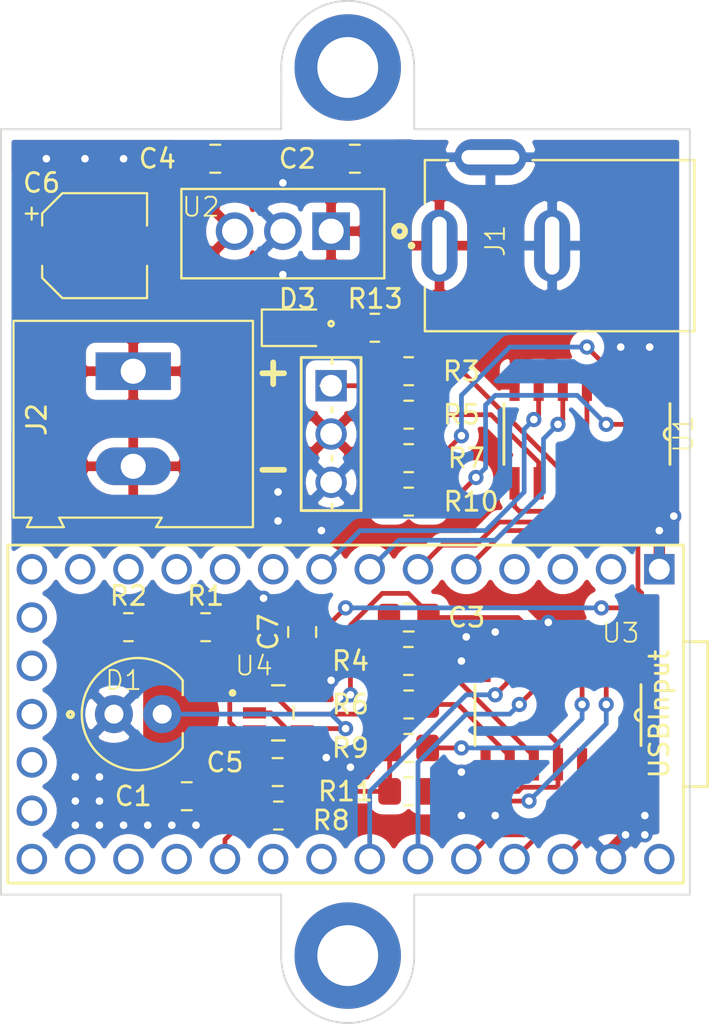
<source format=kicad_pcb>
(kicad_pcb (version 20171130) (host pcbnew "(5.1.8-0-10_14)")
  (layers (0 F.Cu signal) (31 B.Cu signal) (34 B.Paste user) (35 F.Paste user) (36 B.SilkS user) (37 F.SilkS user) (38 B.Mask user) (39 F.Mask user) (44 Edge.Cuts user))
  (net 0 "")
  (net 1 "Net-(C1-Pad2)")
  (net 2 GNDA)
  (net 3 +15V)
  (net 4 GND)
  (net 5 /Out)
  (net 6 /-IN)
  (net 7 +12V)
  (net 8 "Net-(C6-Pad2)")
  (net 9 +3V3)
  (net 10 /TrigOut)
  (net 11 "Net-(D3-Pad2)")
  (net 12 "Net-(R3-Pad2)")
  (net 13 "Net-(R4-Pad2)")
  (net 14 "Net-(R5-Pad2)")
  (net 15 "Net-(R6-Pad2)")
  (net 16 "Net-(R7-Pad2)")
  (net 17 FluoroRead)
  (net 18 "Net-(R9-Pad2)")
  (net 19 "Net-(R10-Pad2)")
  (net 20 "Net-(R11-Pad2)")
  (net 21 +5V)
  (net 22 ActinicGain2)
  (net 23 ActinicGain3)
  (net 24 ActinicGain4)
  (net 25 ActinicGain1)
  (net 26 FluoroGain1)
  (net 27 FluoroGain4)
  (net 28 FluoroGain3)
  (net 29 FluoroGain2)
  (net 30 "Net-(U5-Pad18)")
  (net 31 "Net-(U5-Pad19)")
  (net 32 "Net-(U5-Pad20)")
  (net 33 "Net-(U5-Pad16)")
  (net 34 "Net-(U5-Pad15)")
  (net 35 "Net-(U5-Pad14)")
  (net 36 "Net-(U5-Pad21)")
  (net 37 "Net-(U5-Pad22)")
  (net 38 "Net-(U5-Pad23)")
  (net 39 "Net-(U5-Pad25)")
  (net 40 "Net-(U5-Pad26)")
  (net 41 "Net-(U5-Pad13)")
  (net 42 "Net-(U5-Pad12)")
  (net 43 "Net-(U5-Pad11)")
  (net 44 "Net-(U5-Pad10)")
  (net 45 "Net-(U5-Pad9)")
  (net 46 "Net-(U5-Pad4)")
  (net 47 "Net-(U5-Pad3)")
  (net 48 "Net-(U5-Pad2)")
  (net 49 "Net-(U5-Pad17)")
  (module MountingHole:MountingHole_3.2mm_M3_DIN965_Pad (layer F.Cu) (at 120 76.708)
    (fp_text reference REF** hide)
    (fp_text value MountingHole_3.2mm_M3_DIN965_Pad)
    (pad 1 thru_hole circle (at 0 0) (size 5.6 5.6) (drill 3.2) (layers *.Cu *.Mask))
  )
  (module MountingHole:MountingHole_3.2mm_M3_DIN965_Pad (layer F.Cu) (at 120 30 90)
    (fp_text reference REF** hide)
    (fp_text value MountingHole_3.2mm_M3_DIN965_Pad)
    (pad 1 thru_hole circle (at 0 0 90) (size 5.6 5.6) (drill 3.2) (layers *.Cu *.Mask))
  )
  (module Teensy:Teensy30_31_32_LC (layer F.Cu) (at 119.888 64.008 180)
    (fp_text reference U5 hide)
    (fp_text value Teensy3.2)
    (fp_text user USBInput (at -16.51 0 90) (layer F.SilkS))
    (pad 17 thru_hole circle (at 16.51 0 180) (size 1.6 1.6) (drill 1.1) (layers *.Cu *.Mask) (net 49 "Net-(U5-Pad17)"))
    (pad 18 thru_hole circle (at 16.51 -2.54 180) (size 1.6 1.6) (drill 1.1) (layers *.Cu *.Mask) (net 30 "Net-(U5-Pad18)"))
    (pad 19 thru_hole circle (at 16.51 -5.08 180) (size 1.6 1.6) (drill 1.1) (layers *.Cu *.Mask) (net 31 "Net-(U5-Pad19)"))
    (pad 20 thru_hole circle (at 16.51 -7.62 180) (size 1.6 1.6) (drill 1.1) (layers *.Cu *.Mask) (net 32 "Net-(U5-Pad20)"))
    (pad 16 thru_hole circle (at 16.51 2.54 180) (size 1.6 1.6) (drill 1.1) (layers *.Cu *.Mask) (net 33 "Net-(U5-Pad16)"))
    (pad 15 thru_hole circle (at 16.51 5.08 180) (size 1.6 1.6) (drill 1.1) (layers *.Cu *.Mask) (net 34 "Net-(U5-Pad15)"))
    (pad 14 thru_hole circle (at 16.51 7.62 180) (size 1.6 1.6) (drill 1.1) (layers *.Cu *.Mask) (net 35 "Net-(U5-Pad14)"))
    (pad 21 thru_hole circle (at 13.97 -7.62 180) (size 1.6 1.6) (drill 1.1) (layers *.Cu *.Mask) (net 36 "Net-(U5-Pad21)"))
    (pad 22 thru_hole circle (at 11.43 -7.62 180) (size 1.6 1.6) (drill 1.1) (layers *.Cu *.Mask) (net 37 "Net-(U5-Pad22)"))
    (pad 23 thru_hole circle (at 8.89 -7.62 180) (size 1.6 1.6) (drill 1.1) (layers *.Cu *.Mask) (net 38 "Net-(U5-Pad23)"))
    (pad 24 thru_hole circle (at 6.35 -7.62 180) (size 1.6 1.6) (drill 1.1) (layers *.Cu *.Mask) (net 17 FluoroRead))
    (pad 25 thru_hole circle (at 3.81 -7.62 180) (size 1.6 1.6) (drill 1.1) (layers *.Cu *.Mask) (net 39 "Net-(U5-Pad25)"))
    (pad 26 thru_hole circle (at 1.27 -7.62 180) (size 1.6 1.6) (drill 1.1) (layers *.Cu *.Mask) (net 40 "Net-(U5-Pad26)"))
    (pad 27 thru_hole circle (at -1.27 -7.62 180) (size 1.6 1.6) (drill 1.1) (layers *.Cu *.Mask) (net 28 FluoroGain3))
    (pad 28 thru_hole circle (at -3.81 -7.62 180) (size 1.6 1.6) (drill 1.1) (layers *.Cu *.Mask) (net 29 FluoroGain2))
    (pad 29 thru_hole circle (at -6.35 -7.62 180) (size 1.6 1.6) (drill 1.1) (layers *.Cu *.Mask) (net 27 FluoroGain4))
    (pad 30 thru_hole circle (at -8.89 -7.62 180) (size 1.6 1.6) (drill 1.1) (layers *.Cu *.Mask) (net 26 FluoroGain1))
    (pad 31 thru_hole circle (at -11.43 -7.62 180) (size 1.6 1.6) (drill 1.1) (layers *.Cu *.Mask) (net 9 +3V3))
    (pad 32 thru_hole circle (at -13.97 -7.62 180) (size 1.6 1.6) (drill 1.1) (layers *.Cu *.Mask) (net 2 GNDA))
    (pad 33 thru_hole circle (at -16.51 -7.62 180) (size 1.6 1.6) (drill 1.1) (layers *.Cu *.Mask) (net 21 +5V))
    (pad 13 thru_hole circle (at 13.97 7.62 180) (size 1.6 1.6) (drill 1.1) (layers *.Cu *.Mask) (net 41 "Net-(U5-Pad13)"))
    (pad 12 thru_hole circle (at 11.43 7.62 180) (size 1.6 1.6) (drill 1.1) (layers *.Cu *.Mask) (net 42 "Net-(U5-Pad12)"))
    (pad 11 thru_hole circle (at 8.89 7.62 180) (size 1.6 1.6) (drill 1.1) (layers *.Cu *.Mask) (net 43 "Net-(U5-Pad11)"))
    (pad 10 thru_hole circle (at 6.35 7.62 180) (size 1.6 1.6) (drill 1.1) (layers *.Cu *.Mask) (net 44 "Net-(U5-Pad10)"))
    (pad 9 thru_hole circle (at 3.81 7.62 180) (size 1.6 1.6) (drill 1.1) (layers *.Cu *.Mask) (net 45 "Net-(U5-Pad9)"))
    (pad 8 thru_hole circle (at 1.27 7.62 180) (size 1.6 1.6) (drill 1.1) (layers *.Cu *.Mask) (net 23 ActinicGain3))
    (pad 7 thru_hole circle (at -1.27 7.62 180) (size 1.6 1.6) (drill 1.1) (layers *.Cu *.Mask) (net 22 ActinicGain2))
    (pad 6 thru_hole circle (at -3.81 7.62 180) (size 1.6 1.6) (drill 1.1) (layers *.Cu *.Mask) (net 24 ActinicGain4))
    (pad 5 thru_hole circle (at -6.35 7.62 180) (size 1.6 1.6) (drill 1.1) (layers *.Cu *.Mask) (net 25 ActinicGain1))
    (pad 4 thru_hole circle (at -8.89 7.62 180) (size 1.6 1.6) (drill 1.1) (layers *.Cu *.Mask) (net 46 "Net-(U5-Pad4)"))
    (pad 3 thru_hole circle (at -11.43 7.62 180) (size 1.6 1.6) (drill 1.1) (layers *.Cu *.Mask) (net 47 "Net-(U5-Pad3)"))
    (pad 2 thru_hole circle (at -13.97 7.62 180) (size 1.6 1.6) (drill 1.1) (layers *.Cu *.Mask) (net 48 "Net-(U5-Pad2)"))
    (pad 1 thru_hole rect (at -16.51 7.62 180) (size 1.6 1.6) (drill 1.1) (layers *.Cu *.Mask) (net 4 GND))
  )
  (module Capacitor_SMD:C_0805_2012Metric_Pad1.18x1.45mm_HandSolder (layer F.Cu) (at 111.5275 68.326)
    (fp_text reference C1 (at -2.8155 0) (layer F.SilkS))
    (fp_text value 100nF)
    (pad 2 smd roundrect (at 1.0375 0) (size 1.175 1.45) (layers F.Cu F.Paste F.Mask) (roundrect_rratio 0.2127659574468085) (net 1 "Net-(C1-Pad2)"))
    (pad 1 smd roundrect (at -1.0375 0) (size 1.175 1.45) (layers F.Cu F.Paste F.Mask) (roundrect_rratio 0.2127659574468085) (net 2 GNDA))
  )
  (module Capacitor_SMD:C_0805_2012Metric_Pad1.18x1.45mm_HandSolder (layer F.Cu) (at 120.3745 34.798)
    (fp_text reference C2 (at -3.0265 0 180) (layer F.SilkS))
    (fp_text value 330nF)
    (pad 2 smd roundrect (at 1.0375 0) (size 1.175 1.45) (layers F.Cu F.Paste F.Mask) (roundrect_rratio 0.2127659574468085) (net 3 +15V))
    (pad 1 smd roundrect (at -1.0375 0) (size 1.175 1.45) (layers F.Cu F.Paste F.Mask) (roundrect_rratio 0.2127659574468085) (net 4 GND))
  )
  (module Capacitor_SMD:C_0805_2012Metric_Pad1.18x1.45mm_HandSolder (layer F.Cu) (at 123.2115 58.928)
    (fp_text reference C3 (at 3.048 0) (layer F.SilkS))
    (fp_text value 1pF)
    (pad 1 smd roundrect (at -1.0375 0) (size 1.175 1.45) (layers F.Cu F.Paste F.Mask) (roundrect_rratio 0.2127659574468085) (net 5 /Out))
    (pad 2 smd roundrect (at 1.0375 0) (size 1.175 1.45) (layers F.Cu F.Paste F.Mask) (roundrect_rratio 0.2127659574468085) (net 6 /-IN))
  )
  (module Capacitor_SMD:C_0805_2012Metric_Pad1.18x1.45mm_HandSolder (layer F.Cu) (at 113.03 34.798)
    (fp_text reference C4 (at -3.048 0) (layer F.SilkS))
    (fp_text value 100nF)
    (pad 1 smd roundrect (at -1.0375 0) (size 1.175 1.45) (layers F.Cu F.Paste F.Mask) (roundrect_rratio 0.2127659574468085) (net 4 GND))
    (pad 2 smd roundrect (at 1.0375 0) (size 1.175 1.45) (layers F.Cu F.Paste F.Mask) (roundrect_rratio 0.2127659574468085) (net 7 +12V))
  )
  (module Capacitor_SMD:C_0805_2012Metric_Pad1.18x1.45mm_HandSolder (layer F.Cu) (at 116.3105 67.056)
    (fp_text reference C5 (at -2.7725 -0.508) (layer F.SilkS))
    (fp_text value 100nF)
    (pad 2 smd roundrect (at 1.0375 0) (size 1.175 1.45) (layers F.Cu F.Paste F.Mask) (roundrect_rratio 0.2127659574468085) (net 2 GNDA))
    (pad 1 smd roundrect (at -1.0375 0) (size 1.175 1.45) (layers F.Cu F.Paste F.Mask) (roundrect_rratio 0.2127659574468085) (net 2 GNDA))
  )
  (module Capacitor_SMD:CP_Elec_5x4.5 (layer F.Cu) (at 106.68 39.37)
    (fp_text reference C6 (at -2.794 -3.302) (layer F.SilkS))
    (fp_text value 1uF)
    (pad 1 smd roundrect (at -2.2 0) (size 3 1.6) (layers F.Cu F.Paste F.Mask) (roundrect_rratio 0.15625) (net 7 +12V))
    (pad 2 smd roundrect (at 2.2 0) (size 3 1.6) (layers F.Cu F.Paste F.Mask) (roundrect_rratio 0.15625) (net 8 "Net-(C6-Pad2)"))
  )
  (module Capacitor_SMD:C_0805_2012Metric_Pad1.18x1.45mm_HandSolder (layer F.Cu) (at 117.602 59.69 270)
    (fp_text reference C7 (at 0 1.778 90) (layer F.SilkS))
    (fp_text value 100nF)
    (pad 1 smd roundrect (at -1.0375 0 270) (size 1.175 1.45) (layers F.Cu F.Paste F.Mask) (roundrect_rratio 0.2127659574468085) (net 2 GNDA))
    (pad 2 smd roundrect (at 1.0375 0 270) (size 1.175 1.45) (layers F.Cu F.Paste F.Mask) (roundrect_rratio 0.2127659574468085) (net 9 +3V3))
  )
  (module Additional-parts:BD681 (layer F.Cu) (at 119.126 46.736 270)
    (fp_text reference CR1 hide)
    (fp_text value BD681 hide)
    (fp_text user * (at 0 0 90) (layer F.SilkS))
    (pad 1 thru_hole rect (at 0 0 270) (size 1.651 1.651) (drill 1.143) (layers *.Cu *.Mask) (net 10 /TrigOut))
    (pad 2 thru_hole circle (at 2.54 0 270) (size 1.651 1.651) (drill 1.143) (layers *.Cu *.Mask) (net 8 "Net-(C6-Pad2)"))
    (pad 3 thru_hole circle (at 5.08 0 270) (size 1.651 1.651) (drill 1.143) (layers *.Cu *.Mask) (net 4 GND))
  )
  (module Additional-parts:SFH_213_FA (layer F.Cu) (at 108.966 64.008)
    (fp_text reference D1 (at -0.762 -1.778) (layer F.SilkS) (effects (font (thickness 0.1))))
    (fp_text value SFH_213_FA)
    (fp_poly (pts (xy 0.27 -0.06) (xy 0.27 -1.79) (xy 0.325072 -1.838669) (xy 0.369937 -1.876115) (xy 0.415724 -1.912427) (xy 0.462405 -1.947583) (xy 0.509951 -1.981559) (xy 0.558332 -2.014336) (xy 0.607517 -2.045893) (xy 0.657477 -2.076209) (xy 0.708179 -2.105266) (xy 0.759592 -2.133046) (xy 0.811684 -2.159531) (xy 0.864422 -2.184704) (xy 0.917774 -2.208551) (xy 0.971705 -2.231055) (xy 1.026182 -2.252204) (xy 1.081171 -2.271983) (xy 1.136638 -2.290381) (xy 1.192548 -2.307385) (xy 1.248865 -2.322986) (xy 1.305555 -2.337173) (xy 1.362582 -2.349937) (xy 1.419911 -2.361271) (xy 1.477505 -2.371168) (xy 1.535329 -2.37962) (xy 1.593346 -2.386624) (xy 1.65152 -2.392174) (xy 1.709815 -2.396268) (xy 1.768193 -2.398902) (xy 1.82662 -2.400075) (xy 1.87 -2.4) (xy 1.895 -2.4) (xy 2.027992 -2.394465) (xy 2.152129 -2.382621) (xy 2.275487 -2.364368) (xy 2.397735 -2.339756) (xy 2.518545 -2.308849) (xy 2.637594 -2.271732) (xy 2.754563 -2.228503) (xy 2.869137 -2.179278) (xy 2.98101 -2.124189) (xy 3.089882 -2.063384) (xy 3.195461 -1.997026) (xy 3.297464 -1.925292) (xy 3.395618 -1.848376) (xy 3.48966 -1.766483) (xy 3.579337 -1.679832) (xy 3.66441 -1.588656) (xy 3.744649 -1.493199) (xy 3.819841 -1.393718) (xy 3.889783 -1.290478) (xy 3.954289 -1.183757) (xy 4.013184 -1.073841) (xy 4.066312 -0.961023) (xy 4.11353 -0.845607) (xy 4.154711 -0.727902) (xy 4.189746 -0.608224) (xy 4.218539 -0.486892) (xy 4.241014 -0.364233) (xy 4.257111 -0.240576) (xy 4.266787 -0.11625) (xy 4.27 0) (xy 4.266787 0.11625) (xy 4.257111 0.240576) (xy 4.241014 0.364233) (xy 4.218539 0.486892) (xy 4.189746 0.608224) (xy 4.154711 0.727902) (xy 4.11353 0.845607) (xy 4.066312 0.961023) (xy 4.013184 1.073841) (xy 3.954289 1.183757) (xy 3.889783 1.290478) (xy 3.819841 1.393718) (xy 3.744649 1.493199) (xy 3.66441 1.588656) (xy 3.579337 1.679832) (xy 3.48966 1.766483) (xy 3.395618 1.848376) (xy 3.297464 1.925292) (xy 3.195461 1.997026) (xy 3.089882 2.063384) (xy 2.98101 2.124189) (xy 2.869137 2.179278) (xy 2.754563 2.228503) (xy 2.637594 2.271732) (xy 2.518545 2.308849) (xy 2.397735 2.339756) (xy 2.275487 2.364368) (xy 2.152129 2.382621) (xy 2.027992 2.394465) (xy 1.895 2.4) (xy 1.795 2.4) (xy 1.87 2.4) (xy 1.82662 2.400075) (xy 1.768193 2.398902) (xy 1.709815 2.396268) (xy 1.65152 2.392174) (xy 1.593346 2.386624) (xy 1.535329 2.37962) (xy 1.477505 2.371168) (xy 1.419911 2.361271) (xy 1.362582 2.349937) (xy 1.305555 2.337173) (xy 1.248865 2.322986) (xy 1.192548 2.307385) (xy 1.136638 2.290381) (xy 1.081171 2.271983) (xy 1.026182 2.252204) (xy 0.971705 2.231055) (xy 0.917774 2.208551) (xy 0.864422 2.184704) (xy 0.811684 2.159531) (xy 0.759592 2.133046) (xy 0.708179 2.105266) (xy 0.657477 2.076209) (xy 0.607517 2.045893) (xy 0.558332 2.014336) (xy 0.509951 1.981559) (xy 0.462405 1.947583) (xy 0.415724 1.912427) (xy 0.369937 1.876115) (xy 0.325072 1.838669) (xy 0.27 1.79) (xy 0.27 -0.06)) (layer F.Cu) (width 0.001))
    (pad 1 thru_hole circle (at -1.27 0) (size 2 2) (drill 1) (layers *.Cu) (net 2 GNDA))
    (pad 2 thru_hole circle (at 1.27 0) (size 2 2) (drill 1) (layers *.Cu) (net 6 /-IN))
  )
  (module LED_SMD:LED_0805_2012Metric_Pad1.15x1.40mm_HandSolder (layer F.Cu) (at 117.339 43.688)
    (fp_text reference D3 (at 0.009 -1.524) (layer F.SilkS))
    (fp_text value LED)
    (pad 1 smd roundrect (at -1.025 0) (size 1.15 1.4) (layers F.Cu F.Paste F.Mask) (roundrect_rratio 0.2173904347826087) (net 4 GND))
    (pad 2 smd roundrect (at 1.025 0) (size 1.15 1.4) (layers F.Cu F.Paste F.Mask) (roundrect_rratio 0.2173904347826087) (net 11 "Net-(D3-Pad2)"))
  )
  (module Additional-parts:DCJack_MPD_EJ503A (layer F.Cu) (at 127.508 39.37 90)
    (fp_text reference J1 (at 0.254 0.254 90) (layer F.SilkS) (effects (font (thickness 0.1))))
    (fp_text value EJ503A)
    (pad 3 thru_hole oval (at 4.65 0 90) (size 1.9 3.8) (drill oval 0.76 3.05) (layers *.Cu *.Mask) (net 4 GND))
    (pad 2 thru_hole oval (at 0 3.25 90) (size 3.8 1.9) (drill oval 3.05 0.76) (layers *.Cu *.Mask) (net 4 GND))
    (pad 1 thru_hole oval (at 0 -2.68 90) (size 3.8 1.9) (drill oval 3.05 0.76) (layers *.Cu *.Mask) (net 3 +15V))
  )
  (module TerminalBlock:TerminalBlock_Altech_AK300-2_P5.00mm (layer F.Cu) (at 108.712 45.974 270)
    (fp_text reference J2 (at 2.54 5.08 90) (layer F.SilkS))
    (fp_text value Screw_Terminal_01x02)
    (pad 1 thru_hole rect (at 0 0 270) (size 1.98 3.96) (drill 1.32) (layers *.Cu *.Mask) (net 7 +12V))
    (pad 2 thru_hole oval (at 5 0 270) (size 1.98 3.96) (drill 1.32) (layers *.Cu *.Mask) (net 8 "Net-(C6-Pad2)"))
  )
  (module Resistor_SMD:R_0805_2012Metric_Pad1.20x1.40mm_HandSolder (layer F.Cu) (at 112.522 59.436)
    (fp_text reference R1 (at 0 -1.65) (layer F.SilkS))
    (fp_text value 20K)
    (pad 2 smd roundrect (at 1 0) (size 1.2 1.4) (layers F.Cu F.Paste F.Mask) (roundrect_rratio 0.2083325) (net 9 +3V3))
    (pad 1 smd roundrect (at -1 0) (size 1.2 1.4) (layers F.Cu F.Paste F.Mask) (roundrect_rratio 0.2083325) (net 1 "Net-(C1-Pad2)"))
  )
  (module Resistor_SMD:R_0805_2012Metric_Pad1.20x1.40mm_HandSolder (layer F.Cu) (at 108.458 59.436)
    (fp_text reference R2 (at 0 -1.65) (layer F.SilkS))
    (fp_text value 5)
    (pad 1 smd roundrect (at -1 0) (size 1.2 1.4) (layers F.Cu F.Paste F.Mask) (roundrect_rratio 0.2083325) (net 2 GNDA))
    (pad 2 smd roundrect (at 1 0) (size 1.2 1.4) (layers F.Cu F.Paste F.Mask) (roundrect_rratio 0.2083325) (net 1 "Net-(C1-Pad2)"))
  )
  (module Resistor_SMD:R_0805_2012Metric_Pad1.20x1.40mm_HandSolder (layer F.Cu) (at 123.206 45.974)
    (fp_text reference R3 (at 2.778 0) (layer F.SilkS))
    (fp_text value 8.2K)
    (pad 1 smd roundrect (at -1 0) (size 1.2 1.4) (layers F.Cu F.Paste F.Mask) (roundrect_rratio 0.2083325) (net 10 /TrigOut))
    (pad 2 smd roundrect (at 1 0) (size 1.2 1.4) (layers F.Cu F.Paste F.Mask) (roundrect_rratio 0.2083325) (net 12 "Net-(R3-Pad2)"))
  )
  (module Resistor_SMD:R_0805_2012Metric_Pad1.20x1.40mm_HandSolder (layer F.Cu) (at 123.19 61.214)
    (fp_text reference R4 (at -3.048 0) (layer F.SilkS))
    (fp_text value 3.9M)
    (pad 2 smd roundrect (at 1 0) (size 1.2 1.4) (layers F.Cu F.Paste F.Mask) (roundrect_rratio 0.2083325) (net 13 "Net-(R4-Pad2)"))
    (pad 1 smd roundrect (at -1 0) (size 1.2 1.4) (layers F.Cu F.Paste F.Mask) (roundrect_rratio 0.2083325) (net 5 /Out))
  )
  (module Resistor_SMD:R_0805_2012Metric_Pad1.20x1.40mm_HandSolder (layer F.Cu) (at 123.206 48.26)
    (fp_text reference R5 (at 2.778 0) (layer F.SilkS))
    (fp_text value 6.8K)
    (pad 2 smd roundrect (at 1 0) (size 1.2 1.4) (layers F.Cu F.Paste F.Mask) (roundrect_rratio 0.2083325) (net 14 "Net-(R5-Pad2)"))
    (pad 1 smd roundrect (at -1 0) (size 1.2 1.4) (layers F.Cu F.Paste F.Mask) (roundrect_rratio 0.2083325) (net 10 /TrigOut))
  )
  (module Resistor_SMD:R_0805_2012Metric_Pad1.20x1.40mm_HandSolder (layer F.Cu) (at 123.206 63.5)
    (fp_text reference R6 (at -3.064 0) (layer F.SilkS))
    (fp_text value 3.3M)
    (pad 1 smd roundrect (at -1 0) (size 1.2 1.4) (layers F.Cu F.Paste F.Mask) (roundrect_rratio 0.2083325) (net 5 /Out))
    (pad 2 smd roundrect (at 1 0) (size 1.2 1.4) (layers F.Cu F.Paste F.Mask) (roundrect_rratio 0.2083325) (net 15 "Net-(R6-Pad2)"))
  )
  (module Resistor_SMD:R_0805_2012Metric_Pad1.20x1.40mm_HandSolder (layer F.Cu) (at 123.206 50.546)
    (fp_text reference R7 (at 3.032 0) (layer F.SilkS))
    (fp_text value 5.1K)
    (pad 2 smd roundrect (at 1 0) (size 1.2 1.4) (layers F.Cu F.Paste F.Mask) (roundrect_rratio 0.2083325) (net 16 "Net-(R7-Pad2)"))
    (pad 1 smd roundrect (at -1 0) (size 1.2 1.4) (layers F.Cu F.Paste F.Mask) (roundrect_rratio 0.2083325) (net 10 /TrigOut))
  )
  (module Resistor_SMD:R_0805_2012Metric_Pad1.20x1.40mm_HandSolder (layer F.Cu) (at 116.348 69.342)
    (fp_text reference R8 (at 2.778 0.254) (layer F.SilkS))
    (fp_text value 47)
    (pad 1 smd roundrect (at -1 0) (size 1.2 1.4) (layers F.Cu F.Paste F.Mask) (roundrect_rratio 0.2083325) (net 17 FluoroRead))
    (pad 2 smd roundrect (at 1 0) (size 1.2 1.4) (layers F.Cu F.Paste F.Mask) (roundrect_rratio 0.2083325) (net 5 /Out))
  )
  (module Resistor_SMD:R_0805_2012Metric_Pad1.20x1.40mm_HandSolder (layer F.Cu) (at 123.206 65.786)
    (fp_text reference R9 (at -3.064 0) (layer F.SilkS))
    (fp_text value 2.3M)
    (pad 2 smd roundrect (at 1 0) (size 1.2 1.4) (layers F.Cu F.Paste F.Mask) (roundrect_rratio 0.2083325) (net 18 "Net-(R9-Pad2)"))
    (pad 1 smd roundrect (at -1 0) (size 1.2 1.4) (layers F.Cu F.Paste F.Mask) (roundrect_rratio 0.2083325) (net 5 /Out))
  )
  (module Resistor_SMD:R_0805_2012Metric_Pad1.20x1.40mm_HandSolder (layer F.Cu) (at 123.206 52.832)
    (fp_text reference R10 (at 3.286 0) (layer F.SilkS))
    (fp_text value 4.3K)
    (pad 1 smd roundrect (at -1 0) (size 1.2 1.4) (layers F.Cu F.Paste F.Mask) (roundrect_rratio 0.2083325) (net 10 /TrigOut))
    (pad 2 smd roundrect (at 1 0) (size 1.2 1.4) (layers F.Cu F.Paste F.Mask) (roundrect_rratio 0.2083325) (net 19 "Net-(R10-Pad2)"))
  )
  (module Resistor_SMD:R_0805_2012Metric_Pad1.20x1.40mm_HandSolder (layer F.Cu) (at 123.206 68.072)
    (fp_text reference R11 (at -3.318 0) (layer F.SilkS))
    (fp_text value 1M)
    (pad 1 smd roundrect (at -1 0) (size 1.2 1.4) (layers F.Cu F.Paste F.Mask) (roundrect_rratio 0.2083325) (net 5 /Out))
    (pad 2 smd roundrect (at 1 0) (size 1.2 1.4) (layers F.Cu F.Paste F.Mask) (roundrect_rratio 0.2083325) (net 20 "Net-(R11-Pad2)"))
  )
  (module Resistor_SMD:R_0805_2012Metric_Pad1.20x1.40mm_HandSolder (layer F.Cu) (at 121.428 43.688 180)
    (fp_text reference R13 (at -0.016 1.524 180) (layer F.SilkS))
    (fp_text value 15K)
    (pad 2 smd roundrect (at 1 0 180) (size 1.2 1.4) (layers F.Cu F.Paste F.Mask) (roundrect_rratio 0.2083325) (net 11 "Net-(D3-Pad2)"))
    (pad 1 smd roundrect (at -1 0 180) (size 1.2 1.4) (layers F.Cu F.Paste F.Mask) (roundrect_rratio 0.2083325) (net 3 +15V))
  )
  (module Additional-parts:SOIC127P600X175-14N (layer F.Cu) (at 132.588 49.276 270)
    (fp_text reference U1 (at 0 -5.08 90) (layer F.SilkS) (effects (font (thickness 0.1))))
    (fp_text value 74HC4066D,653)
    (pad 1 smd rect (at -2.5908 -3.81 270) (size 1.7018 0.5334) (layers F.Cu F.Paste F.Mask) (net 9 +3V3))
    (pad 2 smd rect (at -2.5908 -2.54 270) (size 1.7018 0.5334) (layers F.Cu F.Paste F.Mask) (net 19 "Net-(R10-Pad2)"))
    (pad 3 smd rect (at -2.5908 -1.27 270) (size 1.7018 0.5334) (layers F.Cu F.Paste F.Mask) (net 16 "Net-(R7-Pad2)"))
    (pad 4 smd rect (at -2.5908 0 270) (size 1.7018 0.5334) (layers F.Cu F.Paste F.Mask) (net 9 +3V3))
    (pad 5 smd rect (at -2.5908 1.27 270) (size 1.7018 0.5334) (layers F.Cu F.Paste F.Mask) (net 22 ActinicGain2))
    (pad 6 smd rect (at -2.5908 2.54 270) (size 1.7018 0.5334) (layers F.Cu F.Paste F.Mask) (net 23 ActinicGain3))
    (pad 7 smd rect (at -2.5908 3.81 270) (size 1.7018 0.5334) (layers F.Cu F.Paste F.Mask) (net 4 GND))
    (pad 8 smd rect (at 2.5908 3.81 270) (size 1.7018 0.5334) (layers F.Cu F.Paste F.Mask) (net 9 +3V3))
    (pad 9 smd rect (at 2.5908 2.54 270) (size 1.7018 0.5334) (layers F.Cu F.Paste F.Mask) (net 14 "Net-(R5-Pad2)"))
    (pad 10 smd rect (at 2.5908 1.27 270) (size 1.7018 0.5334) (layers F.Cu F.Paste F.Mask) (net 12 "Net-(R3-Pad2)"))
    (pad 11 smd rect (at 2.5908 0 270) (size 1.7018 0.5334) (layers F.Cu F.Paste F.Mask) (net 9 +3V3))
    (pad 12 smd rect (at 2.5908 -1.27 270) (size 1.7018 0.5334) (layers F.Cu F.Paste F.Mask) (net 24 ActinicGain4))
    (pad 13 smd rect (at 2.5908 -2.54 270) (size 1.7018 0.5334) (layers F.Cu F.Paste F.Mask) (net 25 ActinicGain1))
    (pad 14 smd rect (at 2.5908 -3.81 270) (size 1.7018 0.5334) (layers F.Cu F.Paste F.Mask) (net 9 +3V3))
  )
  (module Additional-parts:TO253P1067X470X2040-3 (layer F.Cu) (at 119.126 38.608 180)
    (fp_text reference U2 (at 6.858 1.27) (layer F.SilkS) (effects (font (thickness 0.1))))
    (fp_text value KA7812ETU)
    (pad 1 thru_hole rect (at 0 0 180) (size 1.98 1.98) (drill 1.32) (layers *.Cu *.Mask) (net 3 +15V))
    (pad 2 thru_hole circle (at 2.54 0 180) (size 1.98 1.98) (drill 1.32) (layers *.Cu *.Mask) (net 4 GND))
    (pad 3 thru_hole circle (at 5.08 0 180) (size 1.98 1.98) (drill 1.32) (layers *.Cu *.Mask) (net 7 +12V))
  )
  (module Additional-parts:SOIC127P600X175-14N (layer F.Cu) (at 131.064 64.0588 270)
    (fp_text reference U3 (at -4.318 -3.302 180) (layer F.SilkS) (effects (font (thickness 0.1))))
    (fp_text value 74HC4066D,653)
    (pad 14 smd rect (at 2.5908 -3.81 270) (size 1.7018 0.5334) (layers F.Cu F.Paste F.Mask) (net 9 +3V3))
    (pad 13 smd rect (at 2.5908 -2.54 270) (size 1.7018 0.5334) (layers F.Cu F.Paste F.Mask) (net 26 FluoroGain1))
    (pad 12 smd rect (at 2.5908 -1.27 270) (size 1.7018 0.5334) (layers F.Cu F.Paste F.Mask) (net 27 FluoroGain4))
    (pad 11 smd rect (at 2.5908 0 270) (size 1.7018 0.5334) (layers F.Cu F.Paste F.Mask) (net 6 /-IN))
    (pad 10 smd rect (at 2.5908 1.27 270) (size 1.7018 0.5334) (layers F.Cu F.Paste F.Mask) (net 13 "Net-(R4-Pad2)"))
    (pad 9 smd rect (at 2.5908 2.54 270) (size 1.7018 0.5334) (layers F.Cu F.Paste F.Mask) (net 15 "Net-(R6-Pad2)"))
    (pad 8 smd rect (at 2.5908 3.81 270) (size 1.7018 0.5334) (layers F.Cu F.Paste F.Mask) (net 6 /-IN))
    (pad 7 smd rect (at -2.5908 3.81 270) (size 1.7018 0.5334) (layers F.Cu F.Paste F.Mask) (net 2 GNDA))
    (pad 6 smd rect (at -2.5908 2.54 270) (size 1.7018 0.5334) (layers F.Cu F.Paste F.Mask) (net 28 FluoroGain3))
    (pad 5 smd rect (at -2.5908 1.27 270) (size 1.7018 0.5334) (layers F.Cu F.Paste F.Mask) (net 29 FluoroGain2))
    (pad 4 smd rect (at -2.5908 0 270) (size 1.7018 0.5334) (layers F.Cu F.Paste F.Mask) (net 6 /-IN))
    (pad 3 smd rect (at -2.5908 -1.27 270) (size 1.7018 0.5334) (layers F.Cu F.Paste F.Mask) (net 18 "Net-(R9-Pad2)"))
    (pad 2 smd rect (at -2.5908 -2.54 270) (size 1.7018 0.5334) (layers F.Cu F.Paste F.Mask) (net 20 "Net-(R11-Pad2)"))
    (pad 1 smd rect (at -2.5908 -3.81 270) (size 1.7018 0.5334) (layers F.Cu F.Paste F.Mask) (net 6 /-IN))
  )
  (module Additional-parts:SOT95P280X145-5N (layer F.Cu) (at 116.347 63.942)
    (fp_text reference U4 (at -1.285 -2.474) (layer F.SilkS) (effects (font (thickness 0.1))))
    (fp_text value OPA320AIDBVT)
    (pad 1 smd rect (at -1.255 -0.95) (size 1.21 0.59) (layers F.Cu F.Paste F.Mask) (net 5 /Out))
    (pad 2 smd rect (at -1.255 0) (size 1.21 0.59) (layers F.Cu F.Paste F.Mask) (net 2 GNDA))
    (pad 3 smd rect (at -1.255 0.95) (size 1.21 0.59) (layers F.Cu F.Paste F.Mask) (net 1 "Net-(C1-Pad2)"))
    (pad 4 smd rect (at 1.255 0.95) (size 1.21 0.59) (layers F.Cu F.Paste F.Mask) (net 6 /-IN))
    (pad 5 smd rect (at 1.255 -0.95) (size 1.21 0.59) (layers F.Cu F.Paste F.Mask) (net 9 +3V3))
  )
  (gr_line (start 101.75 73.5) (end 116.5 73.5) (layer Edge.Cuts) (width 0.1))
  (gr_line (start 101.75 33.25) (end 101.75 73.5) (layer Edge.Cuts) (width 0.1))
  (gr_line (start 116.5 33.25) (end 101.75 33.25) (layer Edge.Cuts) (width 0.1))
  (gr_line (start 138 33.25) (end 123.5 33.25) (layer Edge.Cuts) (width 0.1))
  (gr_line (start 138 73.5) (end 138 33.25) (layer Edge.Cuts) (width 0.1))
  (gr_line (start 137.75 73.5) (end 138 73.5) (layer Edge.Cuts) (width 0.1))
  (gr_line (start 123.5 73.5) (end 137.75 73.5) (layer Edge.Cuts) (width 0.1))
  (gr_line (start 123.5 76.75) (end 123.5 73.5) (layer Edge.Cuts) (width 0.1))
  (gr_line (start 116.5 76.75) (end 116.5 73.5) (layer Edge.Cuts) (width 0.1))
  (gr_line (start 116.507752 30.232817) (end 116.5 33.25) (layer Edge.Cuts) (width 0.1))
  (gr_line (start 123.5 30) (end 123.5 33.25) (layer Edge.Cuts) (width 0.1))
  (gr_arc (start 120 30) (end 123.5 30) (angle -183.8140748) (layer Edge.Cuts) (width 0.1))
  (gr_arc (start 120 76.75) (end 116.5 76.75) (angle -180) (layer Edge.Cuts) (width 0.1))
  (gr_text - (at 116.078 51.054) (layer F.SilkS) (effects (font (size 1.5 1.5) (thickness 0.3))))
  (gr_text + (at 116.078 45.974) (layer F.SilkS) (effects (font (size 1.5 1.5) (thickness 0.3))))
  (segment (start 109.458 59.436) (end 111.522 59.436) (width 0.25) (layer F.Cu) (net 1))
  (segment (start 114.237 64.892) (end 113.792 64.447) (width 0.25) (layer F.Cu) (net 1))
  (segment (start 115.092 64.892) (end 114.237 64.892) (width 0.25) (layer F.Cu) (net 1))
  (segment (start 113.792 61.706) (end 111.522 59.436) (width 0.25) (layer F.Cu) (net 1))
  (segment (start 113.792 64.447) (end 113.792 61.706) (width 0.25) (layer F.Cu) (net 1))
  (segment (start 112.565 67.419) (end 112.565 68.326) (width 0.25) (layer F.Cu) (net 1))
  (segment (start 115.092 64.892) (end 112.565 67.419) (width 0.25) (layer F.Cu) (net 1))
  (via (at 115.57 57.912) (size 0.8) (drill 0.4) (layers F.Cu B.Cu) (net 2))
  (via (at 126.238 59.944) (size 0.8) (drill 0.4) (layers F.Cu B.Cu) (net 2))
  (via (at 125.984 69.342) (size 0.8) (drill 0.4) (layers F.Cu B.Cu) (net 2))
  (via (at 127.762 69.342) (size 0.8) (drill 0.4) (layers F.Cu B.Cu) (net 2))
  (segment (start 133.858 71.628) (end 133.858 71.12) (width 0.6) (layer F.Cu) (net 2))
  (segment (start 133.858 71.12) (end 134.62 70.358) (width 0.6) (layer F.Cu) (net 2))
  (segment (start 134.62 70.358) (end 134.62 70.358) (width 0.6) (layer F.Cu) (net 2))
  (via (at 134.62 70.358) (size 0.8) (drill 0.4) (layers F.Cu B.Cu) (net 2))
  (via (at 135.636 69.342) (size 0.8) (drill 0.4) (layers F.Cu B.Cu) (net 2))
  (via (at 135.636 70.358) (size 0.8) (drill 0.4) (layers F.Cu B.Cu) (net 2))
  (via (at 105.664 68.58) (size 0.8) (drill 0.4) (layers F.Cu B.Cu) (net 2))
  (via (at 106.934 68.58) (size 0.8) (drill 0.4) (layers F.Cu B.Cu) (net 2))
  (via (at 105.664 69.85) (size 0.8) (drill 0.4) (layers F.Cu B.Cu) (net 2))
  (via (at 106.934 69.85) (size 0.8) (drill 0.4) (layers F.Cu B.Cu) (net 2))
  (via (at 108.204 69.85) (size 0.8) (drill 0.4) (layers F.Cu B.Cu) (net 2))
  (via (at 109.474 69.85) (size 0.8) (drill 0.4) (layers F.Cu B.Cu) (net 2))
  (via (at 110.744 69.85) (size 0.8) (drill 0.4) (layers F.Cu B.Cu) (net 2))
  (via (at 112.014 69.85) (size 0.8) (drill 0.4) (layers F.Cu B.Cu) (net 2))
  (via (at 105.664 67.31) (size 0.8) (drill 0.4) (layers F.Cu B.Cu) (net 2))
  (via (at 106.934 67.31) (size 0.8) (drill 0.4) (layers F.Cu B.Cu) (net 2))
  (via (at 119.126 62.23) (size 0.8) (drill 0.4) (layers F.Cu B.Cu) (net 2))
  (via (at 118.872 66.294) (size 0.8) (drill 0.4) (layers F.Cu B.Cu) (net 2))
  (via (at 120.142 66.802) (size 0.8) (drill 0.4) (layers F.Cu B.Cu) (net 2))
  (via (at 125.984 67.056) (size 0.8) (drill 0.4) (layers F.Cu B.Cu) (net 2))
  (via (at 125.984 61.214) (size 0.8) (drill 0.4) (layers F.Cu B.Cu) (net 2))
  (via (at 127.762 59.69) (size 0.8) (drill 0.4) (layers F.Cu B.Cu) (net 2))
  (via (at 130.556 59.182) (size 0.8) (drill 0.4) (layers F.Cu B.Cu) (net 2))
  (segment (start 115.947 63.942) (end 116.671999 64.666999) (width 0.25) (layer F.Cu) (net 2))
  (segment (start 116.671999 66.379999) (end 117.348 67.056) (width 0.25) (layer F.Cu) (net 2))
  (segment (start 115.092 63.942) (end 115.947 63.942) (width 0.25) (layer F.Cu) (net 2))
  (segment (start 115.694 67.056) (end 116.671999 66.078001) (width 0.25) (layer F.Cu) (net 2))
  (segment (start 115.273 67.056) (end 115.694 67.056) (width 0.25) (layer F.Cu) (net 2))
  (segment (start 116.671999 66.078001) (end 116.671999 66.379999) (width 0.25) (layer F.Cu) (net 2))
  (segment (start 116.671999 64.666999) (end 116.671999 66.078001) (width 0.25) (layer F.Cu) (net 2))
  (segment (start 136.398 56.388) (end 136.398 54.356) (width 0.6) (layer F.Cu) (net 4))
  (via (at 136.398 54.356) (size 0.8) (drill 0.4) (layers F.Cu B.Cu) (net 4))
  (via (at 137.16 53.594) (size 0.8) (drill 0.4) (layers F.Cu B.Cu) (net 4))
  (via (at 116.332 52.324) (size 0.8) (drill 0.4) (layers F.Cu B.Cu) (net 4))
  (via (at 116.332 53.848) (size 0.8) (drill 0.4) (layers F.Cu B.Cu) (net 4))
  (via (at 118.618 54.356) (size 0.8) (drill 0.4) (layers F.Cu B.Cu) (net 4))
  (via (at 116.586 40.894) (size 0.8) (drill 0.4) (layers F.Cu B.Cu) (net 4))
  (via (at 116.586 36.068) (size 0.8) (drill 0.4) (layers F.Cu B.Cu) (net 4))
  (via (at 134.366 44.704) (size 0.8) (drill 0.4) (layers F.Cu B.Cu) (net 4))
  (via (at 135.89 44.704) (size 0.8) (drill 0.4) (layers F.Cu B.Cu) (net 4))
  (via (at 108.204 34.798) (size 0.8) (drill 0.4) (layers F.Cu B.Cu) (net 4))
  (via (at 106.172 34.798) (size 0.8) (drill 0.4) (layers F.Cu B.Cu) (net 4))
  (via (at 104.14 34.798) (size 0.8) (drill 0.4) (layers F.Cu B.Cu) (net 4))
  (segment (start 116.116998 62.992) (end 117.132998 64.008) (width 0.25) (layer F.Cu) (net 5))
  (segment (start 115.092 62.992) (end 116.116998 62.992) (width 0.25) (layer F.Cu) (net 5))
  (segment (start 121.698 64.008) (end 122.206 63.5) (width 0.25) (layer F.Cu) (net 5))
  (segment (start 117.132998 64.008) (end 121.698 64.008) (width 0.25) (layer F.Cu) (net 5))
  (segment (start 122.206 63.5) (end 122.206 65.786) (width 0.25) (layer F.Cu) (net 5))
  (segment (start 122.206 65.786) (end 122.206 68.072) (width 0.25) (layer F.Cu) (net 5))
  (segment (start 118.618 68.072) (end 117.348 69.342) (width 0.25) (layer F.Cu) (net 5))
  (segment (start 122.206 68.072) (end 118.618 68.072) (width 0.25) (layer F.Cu) (net 5))
  (segment (start 122.206 58.96) (end 122.174 58.928) (width 0.25) (layer F.Cu) (net 5))
  (segment (start 122.206 63.5) (end 122.206 58.96) (width 0.25) (layer F.Cu) (net 5))
  (segment (start 117.602 64.892) (end 117.47 64.892) (width 0.25) (layer F.Cu) (net 6))
  (segment (start 110.236 64.008) (end 119.126 64.008) (width 0.25) (layer B.Cu) (net 6))
  (via (at 119.888 64.77) (size 0.8) (drill 0.4) (layers F.Cu B.Cu) (net 6))
  (segment (start 119.126 64.008) (end 119.888 64.77) (width 0.25) (layer B.Cu) (net 6))
  (segment (start 117.724 64.77) (end 117.602 64.892) (width 0.25) (layer F.Cu) (net 6))
  (segment (start 119.888 64.77) (end 117.724 64.77) (width 0.25) (layer F.Cu) (net 6))
  (segment (start 119.126 64.008) (end 120.142 62.992) (width 0.25) (layer B.Cu) (net 6))
  (via (at 120.142 62.992) (size 0.8) (drill 0.4) (layers F.Cu B.Cu) (net 6))
  (segment (start 120.142 59.33431) (end 121.81831 57.658) (width 0.25) (layer F.Cu) (net 6))
  (segment (start 120.142 62.992) (end 120.142 59.33431) (width 0.25) (layer F.Cu) (net 6))
  (segment (start 123.19 57.658) (end 124.249 58.717) (width 0.25) (layer F.Cu) (net 6))
  (segment (start 124.249 58.717) (end 124.249 58.928) (width 0.25) (layer F.Cu) (net 6))
  (segment (start 121.81831 57.658) (end 123.19 57.658) (width 0.25) (layer F.Cu) (net 6))
  (segment (start 131.064 61.035398) (end 131.064 61.468) (width 0.25) (layer F.Cu) (net 6))
  (segment (start 128.956602 58.928) (end 131.064 61.035398) (width 0.25) (layer F.Cu) (net 6))
  (segment (start 124.249 58.928) (end 128.956602 58.928) (width 0.25) (layer F.Cu) (net 6))
  (segment (start 131.064 60.3671) (end 131.7411 59.69) (width 0.25) (layer F.Cu) (net 6))
  (segment (start 131.064 61.468) (end 131.064 60.3671) (width 0.25) (layer F.Cu) (net 6))
  (segment (start 134.874 60.3671) (end 134.874 61.468) (width 0.25) (layer F.Cu) (net 6))
  (segment (start 134.1969 59.69) (end 134.874 60.3671) (width 0.25) (layer F.Cu) (net 6))
  (segment (start 131.7411 59.69) (end 134.1969 59.69) (width 0.25) (layer F.Cu) (net 6))
  (segment (start 127.5755 68.072) (end 128.974998 68.072) (width 0.25) (layer F.Cu) (net 6))
  (segment (start 127.254 67.7505) (end 127.5755 68.072) (width 0.25) (layer F.Cu) (net 6))
  (segment (start 127.254 66.6496) (end 127.254 67.7505) (width 0.25) (layer F.Cu) (net 6))
  (segment (start 131.064 67.7505) (end 131.064 66.6496) (width 0.25) (layer F.Cu) (net 6))
  (segment (start 130.959501 67.854999) (end 131.064 67.7505) (width 0.25) (layer F.Cu) (net 6))
  (segment (start 129.191999 67.854999) (end 130.959501 67.854999) (width 0.25) (layer F.Cu) (net 6))
  (segment (start 128.974998 68.072) (end 129.191999 67.854999) (width 0.25) (layer F.Cu) (net 6))
  (segment (start 131.064 61.468) (end 131.064 62.738) (width 0.25) (layer F.Cu) (net 6))
  (segment (start 131.064 62.738) (end 130.048 63.754) (width 0.25) (layer F.Cu) (net 6))
  (segment (start 131.064 65.5487) (end 131.064 66.6496) (width 0.25) (layer F.Cu) (net 6))
  (segment (start 130.048 64.5327) (end 131.064 65.5487) (width 0.25) (layer F.Cu) (net 6))
  (segment (start 130.048 63.754) (end 130.048 64.5327) (width 0.25) (layer F.Cu) (net 6))
  (segment (start 136.398 46.6852) (end 136.398 51.8668) (width 0.25) (layer F.Cu) (net 9))
  (segment (start 128.778 51.8668) (end 128.778 53.086) (width 0.25) (layer F.Cu) (net 9))
  (segment (start 128.778 53.086) (end 129.032 53.34) (width 0.25) (layer F.Cu) (net 9))
  (segment (start 132.588 52.9677) (end 132.588 51.8668) (width 0.25) (layer F.Cu) (net 9))
  (segment (start 132.2157 53.34) (end 132.588 52.9677) (width 0.25) (layer F.Cu) (net 9))
  (segment (start 129.032 53.34) (end 132.2157 53.34) (width 0.25) (layer F.Cu) (net 9))
  (segment (start 136.398 50.7659) (end 136.398 51.8668) (width 0.25) (layer F.Cu) (net 9))
  (segment (start 136.322999 50.690899) (end 136.398 50.7659) (width 0.25) (layer F.Cu) (net 9))
  (segment (start 132.663001 50.690899) (end 136.322999 50.690899) (width 0.25) (layer F.Cu) (net 9))
  (segment (start 132.588 50.7659) (end 132.663001 50.690899) (width 0.25) (layer F.Cu) (net 9))
  (segment (start 132.588 51.8668) (end 132.588 50.7659) (width 0.25) (layer F.Cu) (net 9))
  (segment (start 132.588 46.6852) (end 132.588 51.8668) (width 0.25) (layer F.Cu) (net 9))
  (segment (start 117.602 62.992) (end 117.602 60.7275) (width 0.25) (layer F.Cu) (net 9))
  (segment (start 114.8135 60.7275) (end 113.522 59.436) (width 0.25) (layer F.Cu) (net 9))
  (segment (start 117.602 60.7275) (end 114.8135 60.7275) (width 0.25) (layer F.Cu) (net 9))
  (segment (start 117.602 60.7275) (end 117.602 60.706) (width 0.25) (layer F.Cu) (net 9))
  (via (at 119.888 58.42) (size 0.8) (drill 0.4) (layers F.Cu B.Cu) (net 9))
  (segment (start 117.602 60.706) (end 119.888 58.42) (width 0.25) (layer F.Cu) (net 9))
  (segment (start 134.874 68.072) (end 134.874 66.6496) (width 0.25) (layer F.Cu) (net 9))
  (segment (start 131.318 71.628) (end 134.874 68.072) (width 0.25) (layer F.Cu) (net 9))
  (segment (start 135.272999 53.459111) (end 136.398 52.33411) (width 0.25) (layer F.Cu) (net 9))
  (segment (start 135.272999 57.448001) (end 135.272999 53.459111) (width 0.25) (layer F.Cu) (net 9))
  (segment (start 136.398 52.33411) (end 136.398 51.8668) (width 0.25) (layer F.Cu) (net 9))
  (segment (start 135.465701 57.640703) (end 135.272999 57.448001) (width 0.25) (layer F.Cu) (net 9))
  (segment (start 134.874 66.6496) (end 135.465701 66.057899) (width 0.25) (layer F.Cu) (net 9))
  (segment (start 119.888 58.42) (end 133.35 58.42) (width 0.25) (layer B.Cu) (net 9))
  (via (at 133.35 58.42) (size 0.8) (drill 0.4) (layers F.Cu B.Cu) (net 9))
  (segment (start 134.533402 58.42) (end 135.465701 59.352299) (width 0.25) (layer F.Cu) (net 9))
  (segment (start 133.35 58.42) (end 134.533402 58.42) (width 0.25) (layer F.Cu) (net 9))
  (segment (start 135.465701 59.352299) (end 135.465701 57.640703) (width 0.25) (layer F.Cu) (net 9))
  (segment (start 135.465701 66.057899) (end 135.465701 59.352299) (width 0.25) (layer F.Cu) (net 9))
  (segment (start 121.444 46.736) (end 122.206 45.974) (width 0.25) (layer F.Cu) (net 10))
  (segment (start 119.126 46.736) (end 121.444 46.736) (width 0.25) (layer F.Cu) (net 10))
  (segment (start 122.206 45.974) (end 122.206 52.832) (width 0.25) (layer F.Cu) (net 10))
  (segment (start 118.364 43.688) (end 120.428 43.688) (width 0.25) (layer F.Cu) (net 11))
  (segment (start 126.0094 45.974) (end 124.206 45.974) (width 0.25) (layer F.Cu) (net 12))
  (segment (start 131.318 51.2826) (end 126.0094 45.974) (width 0.25) (layer F.Cu) (net 12))
  (segment (start 131.318 51.8668) (end 131.318 51.2826) (width 0.25) (layer F.Cu) (net 12))
  (segment (start 129.794 66.218) (end 129.794 66.6496) (width 0.25) (layer F.Cu) (net 13))
  (segment (start 124.79 61.214) (end 129.794 66.218) (width 0.25) (layer F.Cu) (net 13))
  (segment (start 124.19 61.214) (end 124.79 61.214) (width 0.25) (layer F.Cu) (net 13))
  (segment (start 127.5421 48.26) (end 124.206 48.26) (width 0.25) (layer F.Cu) (net 14))
  (segment (start 130.048 50.7659) (end 127.5421 48.26) (width 0.25) (layer F.Cu) (net 14))
  (segment (start 130.048 51.8668) (end 130.048 50.7659) (width 0.25) (layer F.Cu) (net 14))
  (segment (start 128.524 66.216998) (end 128.524 66.6496) (width 0.25) (layer F.Cu) (net 15))
  (segment (start 125.807002 63.5) (end 128.524 66.216998) (width 0.25) (layer F.Cu) (net 15))
  (segment (start 124.206 63.5) (end 125.807002 63.5) (width 0.25) (layer F.Cu) (net 15))
  (segment (start 124.806 50.546) (end 125.984 49.368) (width 0.25) (layer F.Cu) (net 16))
  (segment (start 124.206 50.546) (end 124.806 50.546) (width 0.25) (layer F.Cu) (net 16))
  (via (at 125.984 49.368) (size 0.8) (drill 0.4) (layers F.Cu B.Cu) (net 16))
  (segment (start 125.984 49.368) (end 125.984 47.244) (width 0.25) (layer B.Cu) (net 16))
  (segment (start 125.984 47.244) (end 128.524 44.704) (width 0.25) (layer B.Cu) (net 16))
  (via (at 132.588 44.704) (size 0.8) (drill 0.4) (layers F.Cu B.Cu) (net 16))
  (segment (start 128.524 44.704) (end 132.588 44.704) (width 0.25) (layer B.Cu) (net 16))
  (segment (start 133.858 45.974) (end 133.858 46.6852) (width 0.25) (layer F.Cu) (net 16))
  (segment (start 132.588 44.704) (end 133.858 45.974) (width 0.25) (layer F.Cu) (net 16))
  (segment (start 115.348 69.342) (end 114.808 69.342) (width 0.25) (layer F.Cu) (net 17))
  (segment (start 113.538 70.612) (end 113.538 71.628) (width 0.25) (layer F.Cu) (net 17))
  (segment (start 114.808 69.342) (end 113.538 70.612) (width 0.25) (layer F.Cu) (net 17))
  (segment (start 132.334 61.468) (end 132.334 63.5) (width 0.25) (layer F.Cu) (net 18))
  (via (at 132.334 63.5) (size 0.8) (drill 0.4) (layers F.Cu B.Cu) (net 18))
  (segment (start 132.334 63.5) (end 132.334 64.262) (width 0.25) (layer B.Cu) (net 18))
  (segment (start 132.334 64.262) (end 130.81 65.786) (width 0.25) (layer B.Cu) (net 18))
  (via (at 125.984 65.786) (size 0.8) (drill 0.4) (layers F.Cu B.Cu) (net 18))
  (segment (start 130.81 65.786) (end 125.984 65.786) (width 0.25) (layer B.Cu) (net 18))
  (segment (start 125.984 65.786) (end 124.206 65.786) (width 0.25) (layer F.Cu) (net 18))
  (segment (start 124.206 52.832) (end 125.476 52.832) (width 0.25) (layer F.Cu) (net 19))
  (via (at 126.746 51.562) (size 0.8) (drill 0.4) (layers F.Cu B.Cu) (net 19))
  (segment (start 125.476 52.832) (end 126.746 51.562) (width 0.25) (layer F.Cu) (net 19))
  (segment (start 126.746 51.562) (end 127.254 51.054) (width 0.25) (layer B.Cu) (net 19))
  (segment (start 127.254 51.054) (end 127.254 47.752) (width 0.25) (layer B.Cu) (net 19))
  (segment (start 127.254 47.752) (end 127.762 47.244) (width 0.25) (layer B.Cu) (net 19))
  (segment (start 127.762 47.244) (end 132.08 47.244) (width 0.25) (layer B.Cu) (net 19))
  (via (at 133.604 48.768) (size 0.8) (drill 0.4) (layers F.Cu B.Cu) (net 19))
  (segment (start 132.08 47.244) (end 133.604 48.768) (width 0.25) (layer B.Cu) (net 19))
  (segment (start 135.128 48.26) (end 135.128 46.6852) (width 0.25) (layer F.Cu) (net 19))
  (segment (start 134.62 48.768) (end 135.128 48.26) (width 0.25) (layer F.Cu) (net 19))
  (segment (start 133.604 48.768) (end 134.62 48.768) (width 0.25) (layer F.Cu) (net 19))
  (segment (start 133.604 61.468) (end 133.604 63.5) (width 0.25) (layer F.Cu) (net 20))
  (via (at 133.604 63.5) (size 0.8) (drill 0.4) (layers F.Cu B.Cu) (net 20))
  (segment (start 133.604 63.5) (end 133.604 64.516) (width 0.25) (layer B.Cu) (net 20))
  (via (at 129.54 68.58) (size 0.8) (drill 0.4) (layers F.Cu B.Cu) (net 20))
  (segment (start 133.604 64.516) (end 129.54 68.58) (width 0.25) (layer B.Cu) (net 20))
  (segment (start 124.714 68.58) (end 124.206 68.072) (width 0.25) (layer F.Cu) (net 20))
  (segment (start 129.54 68.58) (end 124.714 68.58) (width 0.25) (layer F.Cu) (net 20))
  (segment (start 131.318 46.6852) (end 131.318 48.514) (width 0.25) (layer F.Cu) (net 22))
  (via (at 131.064 48.768) (size 0.8) (drill 0.4) (layers F.Cu B.Cu) (net 22))
  (segment (start 131.318 48.514) (end 131.064 48.768) (width 0.25) (layer F.Cu) (net 22))
  (segment (start 131.064 48.768) (end 130.302 49.53) (width 0.25) (layer B.Cu) (net 22))
  (segment (start 130.302 49.53) (end 130.302 52.324) (width 0.25) (layer B.Cu) (net 22))
  (segment (start 130.302 52.324) (end 127.762 54.864) (width 0.25) (layer B.Cu) (net 22))
  (segment (start 122.682 54.864) (end 121.158 56.388) (width 0.25) (layer B.Cu) (net 22))
  (segment (start 127.762 54.864) (end 122.682 54.864) (width 0.25) (layer B.Cu) (net 22))
  (segment (start 130.048 46.6852) (end 130.048 48.26) (width 0.25) (layer F.Cu) (net 23))
  (via (at 129.794 48.514) (size 0.8) (drill 0.4) (layers F.Cu B.Cu) (net 23))
  (segment (start 130.048 48.26) (end 129.794 48.514) (width 0.25) (layer F.Cu) (net 23))
  (segment (start 127.254 54.356) (end 120.65 54.356) (width 0.25) (layer B.Cu) (net 23))
  (segment (start 129.286 52.324) (end 127.254 54.356) (width 0.25) (layer B.Cu) (net 23))
  (segment (start 120.65 54.356) (end 118.618 56.388) (width 0.25) (layer B.Cu) (net 23))
  (segment (start 129.286 49.022) (end 129.286 52.324) (width 0.25) (layer B.Cu) (net 23))
  (segment (start 129.794 48.514) (end 129.286 49.022) (width 0.25) (layer B.Cu) (net 23))
  (segment (start 133.858 51.8668) (end 133.858 53.34) (width 0.25) (layer F.Cu) (net 24))
  (segment (start 133.29201 53.90599) (end 127.95801 53.90599) (width 0.25) (layer F.Cu) (net 24))
  (segment (start 133.858 53.34) (end 133.29201 53.90599) (width 0.25) (layer F.Cu) (net 24))
  (segment (start 127.95801 53.90599) (end 126.746 55.118) (width 0.25) (layer F.Cu) (net 24))
  (segment (start 124.968 55.118) (end 123.698 56.388) (width 0.25) (layer F.Cu) (net 24))
  (segment (start 126.746 55.118) (end 124.968 55.118) (width 0.25) (layer F.Cu) (net 24))
  (segment (start 135.128 52.9677) (end 133.7397 54.356) (width 0.25) (layer F.Cu) (net 25))
  (segment (start 135.128 51.8668) (end 135.128 52.9677) (width 0.25) (layer F.Cu) (net 25))
  (segment (start 128.27 54.356) (end 126.238 56.388) (width 0.25) (layer F.Cu) (net 25))
  (segment (start 133.7397 54.356) (end 128.27 54.356) (width 0.25) (layer F.Cu) (net 25))
  (segment (start 133.604 67.7505) (end 131.7585 69.596) (width 0.25) (layer F.Cu) (net 26))
  (segment (start 133.604 66.6496) (end 133.604 67.7505) (width 0.25) (layer F.Cu) (net 26))
  (segment (start 130.81 69.596) (end 128.778 71.628) (width 0.25) (layer F.Cu) (net 26))
  (segment (start 131.7585 69.596) (end 130.81 69.596) (width 0.25) (layer F.Cu) (net 26))
  (segment (start 132.334 66.6496) (end 132.334 68.326) (width 0.25) (layer F.Cu) (net 27))
  (segment (start 132.334 68.326) (end 131.572 69.088) (width 0.25) (layer F.Cu) (net 27))
  (segment (start 131.572 69.088) (end 130.556 69.088) (width 0.25) (layer F.Cu) (net 27))
  (segment (start 130.556 69.088) (end 129.286 70.358) (width 0.25) (layer F.Cu) (net 27))
  (segment (start 127.508 70.358) (end 126.238 71.628) (width 0.25) (layer F.Cu) (net 27))
  (segment (start 129.286 70.358) (end 127.508 70.358) (width 0.25) (layer F.Cu) (net 27))
  (segment (start 128.524 61.468) (end 128.524 62.23) (width 0.25) (layer F.Cu) (net 28))
  (via (at 127.762 62.992) (size 0.8) (drill 0.4) (layers F.Cu B.Cu) (net 28))
  (segment (start 128.524 62.23) (end 127.762 62.992) (width 0.25) (layer F.Cu) (net 28))
  (segment (start 127.762 62.992) (end 126.238 62.992) (width 0.25) (layer B.Cu) (net 28))
  (segment (start 126.238 62.992) (end 121.158 68.072) (width 0.25) (layer B.Cu) (net 28))
  (segment (start 121.158 68.072) (end 121.158 71.628) (width 0.25) (layer B.Cu) (net 28))
  (segment (start 129.794 61.468) (end 129.794 62.738) (width 0.25) (layer F.Cu) (net 29))
  (via (at 129.032 63.5) (size 0.8) (drill 0.4) (layers F.Cu B.Cu) (net 29))
  (segment (start 129.794 62.738) (end 129.032 63.5) (width 0.25) (layer F.Cu) (net 29))
  (segment (start 129.032 63.5) (end 128.524 64.008) (width 0.25) (layer B.Cu) (net 29))
  (segment (start 128.524 64.008) (end 126.238 64.008) (width 0.25) (layer B.Cu) (net 29))
  (segment (start 123.698 66.548) (end 123.698 71.628) (width 0.25) (layer B.Cu) (net 29))
  (segment (start 126.238 64.008) (end 123.698 66.548) (width 0.25) (layer B.Cu) (net 29))
  (zone (net 8) (net_name "Net-(C6-Pad2)") (layer F.Cu) (priority 1) (connect_pads (clearance 0.508)) (min_thickness 0.254) (fill yes (arc_segments 32) (thermal_gap 0.508) (thermal_bridge_width 0.508))
    (polygon (pts (xy 110.998 41.656) (xy 115.062 41.656) (xy 115.062 48.006) (xy 120.65 48.006) (xy 120.65 50.8) (xy 115.062 50.8) (xy 115.062 52.832) (xy 105.41 52.832) (xy 105.41 48.768) (xy 111.76 48.768) (xy 111.76 43.942) (xy 106.934 43.942) (xy 106.934 38.1) (xy 110.998 38.1)))
  )
  (zone (net 7) (net_name +12V) (layer F.Cu) (priority 2) (connect_pads (clearance 0.508)) (min_thickness 0.254) (fill yes (arc_segments 32) (thermal_gap 0.508) (thermal_bridge_width 0.508))
    (polygon (pts (xy 115.316 41.148) (xy 111.506 41.148) (xy 111.506 37.592) (xy 106.68 37.592) (xy 106.68 44.196) (xy 111.506 44.196) (xy 111.506 48.514) (xy 102.362 48.514) (xy 102.362 36.068) (xy 113.03 36.068) (xy 113.03 33.782) (xy 115.316 33.782)))
  )
  (zone (net 3) (net_name +15V) (layer F.Cu) (priority 1) (connect_pads (clearance 0.508)) (min_thickness 0.254) (fill yes (arc_segments 32) (thermal_gap 0.508) (thermal_bridge_width 0.508))
    (polygon (pts (xy 124.206 36.068) (xy 126.746 36.068) (xy 126.746 44.704) (xy 121.412 44.704) (xy 121.412 42.418) (xy 117.856 42.418) (xy 117.856 36.322) (xy 120.396 36.322) (xy 120.396 33.782) (xy 124.206 33.782)))
  )
  (zone (net 2) (net_name GNDA) (layer F.Cu) (connect_pads (clearance 0.508)) (min_thickness 0.254) (fill yes (arc_segments 32) (thermal_gap 0.508) (thermal_bridge_width 0.508))
    (polygon (pts (xy 136.398 71.628) (xy 103.378 71.628) (xy 103.378 56.896) (xy 136.398 56.896)))
  )
  (zone (net 2) (net_name GNDA) (layer B.Cu) (connect_pads (clearance 0.508)) (min_thickness 0.254) (fill yes (arc_segments 32) (thermal_gap 0.508) (thermal_bridge_width 0.508))
    (polygon (pts (xy 136.398 71.632327) (xy 103.378 71.632327) (xy 103.378 56.896) (xy 136.398 56.896)))
  )
  (zone (net 4) (net_name GND) (layer F.Cu) (connect_pads (clearance 0.508)) (min_thickness 0.254) (fill yes (arc_segments 32) (thermal_gap 0.508) (thermal_bridge_width 0.508))
    (polygon (pts (xy 137.668 56.388) (xy 102.108 56.388) (xy 102.108 33.782) (xy 137.668 33.782)))
  )
  (zone (net 4) (net_name GND) (layer B.Cu) (connect_pads (clearance 0.508)) (min_thickness 0.254) (fill yes (arc_segments 32) (thermal_gap 0.508) (thermal_bridge_width 0.508))
    (polygon (pts (xy 137.668 56.388) (xy 102.108 56.388) (xy 102.108 33.782) (xy 137.668 33.782)))
  )
)
</source>
